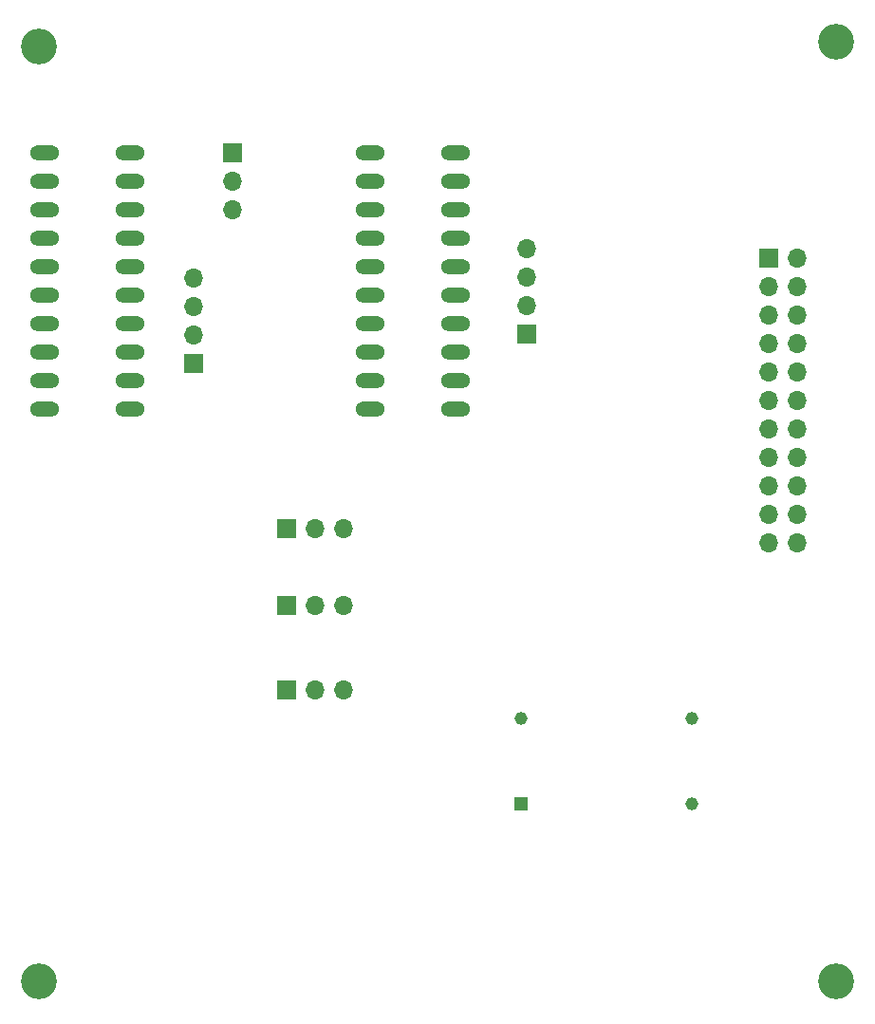
<source format=gbr>
%TF.GenerationSoftware,KiCad,Pcbnew,(6.0.1)*%
%TF.CreationDate,2022-03-29T06:33:39-05:00*%
%TF.ProjectId,microcontroller_board,6d696372-6f63-46f6-9e74-726f6c6c6572,rev?*%
%TF.SameCoordinates,Original*%
%TF.FileFunction,Soldermask,Bot*%
%TF.FilePolarity,Negative*%
%FSLAX46Y46*%
G04 Gerber Fmt 4.6, Leading zero omitted, Abs format (unit mm)*
G04 Created by KiCad (PCBNEW (6.0.1)) date 2022-03-29 06:33:39*
%MOMM*%
%LPD*%
G01*
G04 APERTURE LIST*
%ADD10R,1.700000X1.700000*%
%ADD11O,1.700000X1.700000*%
%ADD12C,1.158000*%
%ADD13R,1.158000X1.158000*%
%ADD14O,2.641600X1.320800*%
%ADD15C,3.200001*%
%ADD16C,3.200000*%
G04 APERTURE END LIST*
D10*
%TO.C,J7*%
X173101000Y-61214000D03*
D11*
X175641000Y-61214000D03*
X173101000Y-63754000D03*
X175641000Y-63754000D03*
X173101000Y-66294000D03*
X175641000Y-66294000D03*
X173101000Y-68834000D03*
X175641000Y-68834000D03*
X173101000Y-71374000D03*
X175641000Y-71374000D03*
X173101000Y-73914000D03*
X175641000Y-73914000D03*
X173101000Y-76454000D03*
X175641000Y-76454000D03*
X173101000Y-78994000D03*
X175641000Y-78994000D03*
X173101000Y-81534000D03*
X175641000Y-81534000D03*
X173101000Y-84074000D03*
X175641000Y-84074000D03*
X173101000Y-86614000D03*
X175641000Y-86614000D03*
%TD*%
%TO.C,J6*%
X151511000Y-60325000D03*
X151511000Y-62865000D03*
X151511000Y-65405000D03*
D10*
X151511000Y-67945000D03*
%TD*%
%TO.C,J5*%
X121793000Y-70612000D03*
D11*
X121793000Y-68072000D03*
X121793000Y-65532000D03*
X121793000Y-62992000D03*
%TD*%
%TO.C,J4*%
X135128000Y-99695000D03*
X132588000Y-99695000D03*
D10*
X130048000Y-99695000D03*
%TD*%
%TO.C,J3*%
X130048000Y-92202000D03*
D11*
X132588000Y-92202000D03*
X135128000Y-92202000D03*
%TD*%
D10*
%TO.C,J2*%
X130048000Y-85344000D03*
D11*
X132588000Y-85344000D03*
X135128000Y-85344000D03*
%TD*%
D10*
%TO.C,J1*%
X125222000Y-51816000D03*
D11*
X125222000Y-54356000D03*
X125222000Y-56896000D03*
%TD*%
D12*
%TO.C,Y1*%
X151003000Y-102235000D03*
X166243000Y-102235000D03*
X166243000Y-109855000D03*
D13*
X151003000Y-109855000D03*
%TD*%
D14*
%TO.C,IC2*%
X145161000Y-51816000D03*
X145161000Y-54356000D03*
X145161000Y-56896000D03*
X145161000Y-59436000D03*
X145161000Y-61976000D03*
X145161000Y-64516000D03*
X145161000Y-67056000D03*
X145161000Y-69596000D03*
X145161000Y-72136000D03*
X145161000Y-74676000D03*
X137541000Y-74676000D03*
X137541000Y-72136000D03*
X137541000Y-61976000D03*
X137541000Y-64516000D03*
X137541000Y-59436000D03*
X137541000Y-56896000D03*
X137541000Y-69596000D03*
X137541000Y-67056000D03*
X137541000Y-54356000D03*
X137541000Y-51816000D03*
%TD*%
%TO.C,IC1*%
X108458000Y-51816000D03*
X108458000Y-54356000D03*
X108458000Y-67056000D03*
X108458000Y-69596000D03*
X108458000Y-56896000D03*
X108458000Y-59436000D03*
X108458000Y-64516000D03*
X108458000Y-61976000D03*
X108458000Y-72136000D03*
X108458000Y-74676000D03*
X116078000Y-74676000D03*
X116078000Y-72136000D03*
X116078000Y-69596000D03*
X116078000Y-67056000D03*
X116078000Y-64516000D03*
X116078000Y-61976000D03*
X116078000Y-59436000D03*
X116078000Y-56896000D03*
X116078000Y-54356000D03*
X116078000Y-51816000D03*
%TD*%
D15*
%TO.C,H4*%
X179070000Y-125730000D03*
%TD*%
%TO.C,H3*%
X107950000Y-125730000D03*
%TD*%
D16*
%TO.C,H2*%
X179070000Y-41910000D03*
%TD*%
D15*
%TO.C,H1*%
X107950000Y-42291000D03*
%TD*%
M02*

</source>
